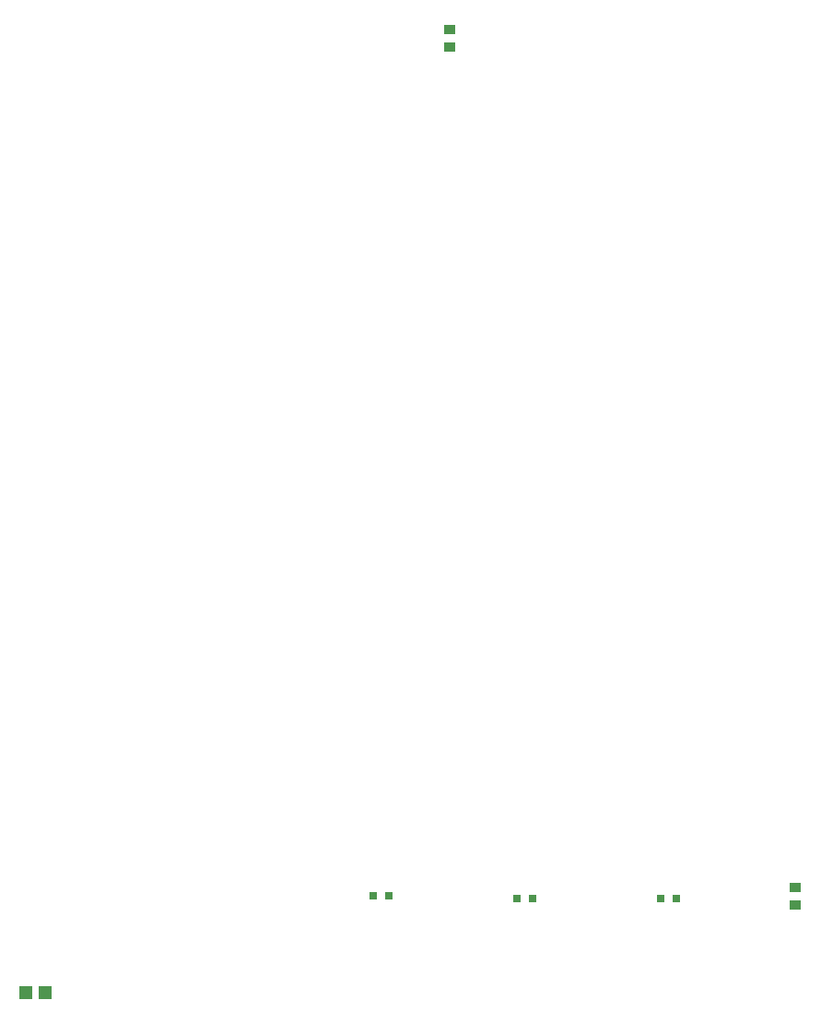
<source format=gbr>
G04 EAGLE Gerber RS-274X export*
G75*
%MOMM*%
%FSLAX34Y34*%
%LPD*%
%INSolderpaste Top*%
%IPPOS*%
%AMOC8*
5,1,8,0,0,1.08239X$1,22.5*%
G01*
%ADD10R,0.800000X0.800000*%
%ADD11R,1.031241X0.949959*%
%ADD12R,1.143000X1.270000*%


D10*
X688460Y111760D03*
X703460Y111760D03*
D11*
X495300Y909701D03*
X495300Y893699D03*
X812800Y106299D03*
X812800Y122301D03*
D10*
X556380Y111760D03*
X571380Y111760D03*
X424300Y114300D03*
X439300Y114300D03*
D12*
X105410Y25400D03*
X123190Y25400D03*
M02*

</source>
